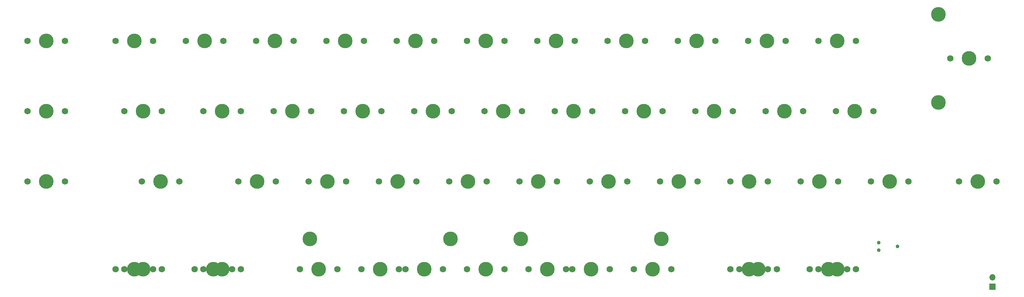
<source format=gbr>
%TF.GenerationSoftware,KiCad,Pcbnew,8.0.5*%
%TF.CreationDate,2024-09-30T13:41:41+02:00*%
%TF.ProjectId,eurovISOn,6575726f-7649-4534-9f6e-2e6b69636164,rev?*%
%TF.SameCoordinates,Original*%
%TF.FileFunction,Soldermask,Top*%
%TF.FilePolarity,Negative*%
%FSLAX46Y46*%
G04 Gerber Fmt 4.6, Leading zero omitted, Abs format (unit mm)*
G04 Created by KiCad (PCBNEW 8.0.5) date 2024-09-30 13:41:41*
%MOMM*%
%LPD*%
G01*
G04 APERTURE LIST*
%ADD10C,1.750000*%
%ADD11C,3.987800*%
%ADD12R,1.700000X1.700000*%
%ADD13O,1.700000X1.700000*%
%ADD14C,0.990600*%
G04 APERTURE END LIST*
D10*
%TO.C,MX49*%
X107632500Y-93662500D03*
D11*
X112712500Y-93662500D03*
D10*
X117792500Y-93662500D03*
%TD*%
%TO.C,MX3*%
X60007500Y-31750000D03*
D11*
X65087500Y-31750000D03*
D10*
X70167500Y-31750000D03*
%TD*%
%TO.C,MX18*%
X102870000Y-50800000D03*
D11*
X107950000Y-50800000D03*
D10*
X113030000Y-50800000D03*
%TD*%
%TO.C,MX43*%
X152876250Y-93662500D03*
D11*
X157956250Y-93662500D03*
D10*
X163036250Y-93662500D03*
%TD*%
%TO.C,MX12*%
X231457500Y-31750000D03*
D11*
X236537500Y-31750000D03*
D10*
X241617500Y-31750000D03*
%TD*%
%TO.C,MX33*%
X169545000Y-69850000D03*
D11*
X174625000Y-69850000D03*
D10*
X179705000Y-69850000D03*
%TD*%
%TO.C,MX4*%
X79057500Y-31750000D03*
D11*
X84137500Y-31750000D03*
D10*
X89217500Y-31750000D03*
%TD*%
%TO.C,MX51*%
X207645000Y-93662500D03*
D11*
X212725000Y-93662500D03*
D10*
X217805000Y-93662500D03*
%TD*%
%TO.C,MX24*%
X217170000Y-50800000D03*
D11*
X222250000Y-50800000D03*
D10*
X227330000Y-50800000D03*
%TD*%
%TO.C,MX13*%
X267176250Y-36512500D03*
D11*
X272256250Y-36512500D03*
D10*
X277336250Y-36512500D03*
%TD*%
D11*
%TO.C,S1*%
X264001250Y-24606250D03*
X264001250Y-48418750D03*
%TD*%
D10*
%TO.C,MX48*%
X62388750Y-93662500D03*
D11*
X67468750Y-93662500D03*
D10*
X72548750Y-93662500D03*
%TD*%
%TO.C,MX27*%
X48101250Y-69850000D03*
D11*
X53181250Y-69850000D03*
D10*
X58261250Y-69850000D03*
%TD*%
%TO.C,MX38*%
X269557500Y-69850000D03*
D11*
X274637500Y-69850000D03*
D10*
X279717500Y-69850000D03*
%TD*%
%TO.C,MX34*%
X188595000Y-69850000D03*
D11*
X193675000Y-69850000D03*
D10*
X198755000Y-69850000D03*
%TD*%
%TO.C,MX14*%
X17145000Y-50800000D03*
D11*
X22225000Y-50800000D03*
D10*
X27305000Y-50800000D03*
%TD*%
%TO.C,MX2*%
X40957500Y-31750000D03*
D11*
X46037500Y-31750000D03*
D10*
X51117500Y-31750000D03*
%TD*%
%TO.C,MX52*%
X229076250Y-93662500D03*
D11*
X234156250Y-93662500D03*
D10*
X239236250Y-93662500D03*
%TD*%
D11*
%TO.C,S3*%
X188912500Y-85407500D03*
X150812500Y-85407500D03*
%TD*%
D10*
%TO.C,MX53*%
X164782500Y-93662500D03*
D11*
X169862500Y-93662500D03*
D10*
X174942500Y-93662500D03*
%TD*%
%TO.C,MX23*%
X198120000Y-50800000D03*
D11*
X203200000Y-50800000D03*
D10*
X208280000Y-50800000D03*
%TD*%
%TO.C,MX47*%
X40957500Y-93662500D03*
D11*
X46037500Y-93662500D03*
D10*
X51117500Y-93662500D03*
%TD*%
%TO.C,MX31*%
X131445000Y-69850000D03*
D11*
X136525000Y-69850000D03*
D10*
X141605000Y-69850000D03*
%TD*%
%TO.C,MX11*%
X212407500Y-31750000D03*
D11*
X217487500Y-31750000D03*
D10*
X222567500Y-31750000D03*
%TD*%
%TO.C,MX40*%
X64770000Y-93662500D03*
D11*
X69850000Y-93662500D03*
D10*
X74930000Y-93662500D03*
%TD*%
%TO.C,MX42*%
X119538750Y-93662500D03*
D11*
X124618750Y-93662500D03*
D10*
X129698750Y-93662500D03*
%TD*%
%TO.C,MX50*%
X136207500Y-93662500D03*
D11*
X141287500Y-93662500D03*
D10*
X146367500Y-93662500D03*
%TD*%
%TO.C,MX5*%
X98107500Y-31750000D03*
D11*
X103187500Y-31750000D03*
D10*
X108267500Y-31750000D03*
%TD*%
%TO.C,MX17*%
X83820000Y-50800000D03*
D11*
X88900000Y-50800000D03*
D10*
X93980000Y-50800000D03*
%TD*%
%TO.C,MX9*%
X174307500Y-31750000D03*
D11*
X179387500Y-31750000D03*
D10*
X184467500Y-31750000D03*
%TD*%
%TO.C,MX16*%
X64770000Y-50800000D03*
D11*
X69850000Y-50800000D03*
D10*
X74930000Y-50800000D03*
%TD*%
%TO.C,MX37*%
X245745000Y-69850000D03*
D11*
X250825000Y-69850000D03*
D10*
X255905000Y-69850000D03*
%TD*%
%TO.C,MX25*%
X236220000Y-50800000D03*
D11*
X241300000Y-50800000D03*
D10*
X246380000Y-50800000D03*
%TD*%
D11*
%TO.C,S2*%
X131762500Y-85407500D03*
X93662500Y-85407500D03*
%TD*%
D10*
%TO.C,MX28*%
X74295000Y-69850000D03*
D11*
X79375000Y-69850000D03*
D10*
X84455000Y-69850000D03*
%TD*%
%TO.C,MX39*%
X43338750Y-93662500D03*
D11*
X48418750Y-93662500D03*
D10*
X53498750Y-93662500D03*
%TD*%
%TO.C,MX26*%
X17145000Y-69850000D03*
D11*
X22225000Y-69850000D03*
D10*
X27305000Y-69850000D03*
%TD*%
D11*
%TO.C,S4*%
X188912500Y-85407500D03*
X93662500Y-85407500D03*
%TD*%
D10*
%TO.C,MX22*%
X179070000Y-50800000D03*
D11*
X184150000Y-50800000D03*
D10*
X189230000Y-50800000D03*
%TD*%
%TO.C,MX36*%
X226695000Y-69850000D03*
D11*
X231775000Y-69850000D03*
D10*
X236855000Y-69850000D03*
%TD*%
%TO.C,MX8*%
X155257500Y-31750000D03*
D11*
X160337500Y-31750000D03*
D10*
X165417500Y-31750000D03*
%TD*%
%TO.C,MX10*%
X193357500Y-31750000D03*
D11*
X198437500Y-31750000D03*
D10*
X203517500Y-31750000D03*
%TD*%
%TO.C,MX44*%
X181451250Y-93662500D03*
D11*
X186531250Y-93662500D03*
D10*
X191611250Y-93662500D03*
%TD*%
%TO.C,MX32*%
X150495000Y-69850000D03*
D11*
X155575000Y-69850000D03*
D10*
X160655000Y-69850000D03*
%TD*%
%TO.C,MX45*%
X210026250Y-93662500D03*
D11*
X215106250Y-93662500D03*
D10*
X220186250Y-93662500D03*
%TD*%
%TO.C,MX41*%
X90963750Y-93662500D03*
D11*
X96043750Y-93662500D03*
D10*
X101123750Y-93662500D03*
%TD*%
%TO.C,MX46*%
X231457500Y-93662500D03*
D11*
X236537500Y-93662500D03*
D10*
X241617500Y-93662500D03*
%TD*%
%TO.C,MX35*%
X207645000Y-69850000D03*
D11*
X212725000Y-69850000D03*
D10*
X217805000Y-69850000D03*
%TD*%
%TO.C,MX21*%
X160020000Y-50800000D03*
D11*
X165100000Y-50800000D03*
D10*
X170180000Y-50800000D03*
%TD*%
%TO.C,MX20*%
X140970000Y-50800000D03*
D11*
X146050000Y-50800000D03*
D10*
X151130000Y-50800000D03*
%TD*%
%TO.C,MX15*%
X43338750Y-50800000D03*
D11*
X48418750Y-50800000D03*
D10*
X53498750Y-50800000D03*
%TD*%
%TO.C,MX29*%
X93345000Y-69850000D03*
D11*
X98425000Y-69850000D03*
D10*
X103505000Y-69850000D03*
%TD*%
%TO.C,MX30*%
X112395000Y-69850000D03*
D11*
X117475000Y-69850000D03*
D10*
X122555000Y-69850000D03*
%TD*%
%TO.C,MX1*%
X17145000Y-31750000D03*
D11*
X22225000Y-31750000D03*
D10*
X27305000Y-31750000D03*
%TD*%
%TO.C,MX19*%
X121920000Y-50800000D03*
D11*
X127000000Y-50800000D03*
D10*
X132080000Y-50800000D03*
%TD*%
%TO.C,MX6*%
X117157500Y-31750000D03*
D11*
X122237500Y-31750000D03*
D10*
X127317500Y-31750000D03*
%TD*%
%TO.C,MX7*%
X136207500Y-31750000D03*
D11*
X141287500Y-31750000D03*
D10*
X146367500Y-31750000D03*
%TD*%
D12*
%TO.C,SW2*%
X278606250Y-98425000D03*
D13*
X278606250Y-95885000D03*
%TD*%
D14*
%TO.C,J4*%
X252888750Y-87471250D03*
X247808750Y-88487250D03*
X247808750Y-86455250D03*
%TD*%
M02*

</source>
